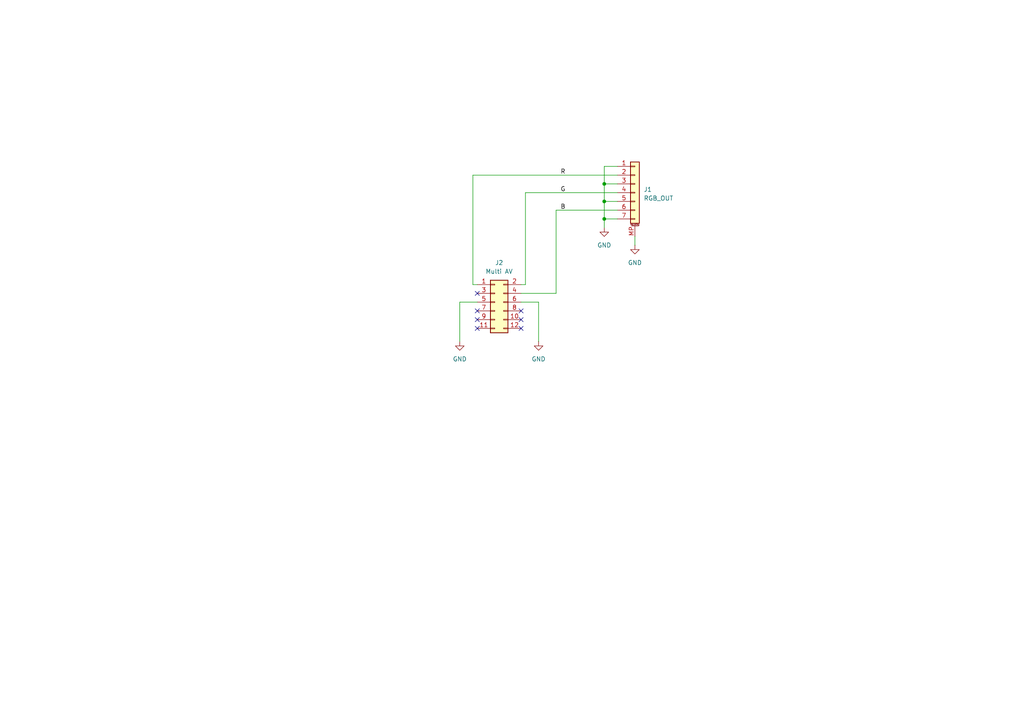
<source format=kicad_sch>
(kicad_sch (version 20231120) (generator "eeschema") (generator_version "8.0")
  (paper "A4")
  (title_block (title "MultOut QSB") (date "2024-08-31") (rev "1") (company "ThunderTechnologies") (comment 1 "Designed by InnocuousMuffin"))
  (lib_symbols
    (symbol "Connector_Generic:Conn_02x06_Odd_Even" (pin_names (offset 1.016) hide)
      (property "Reference" "J" (at 1.27 7.62 0))
      (property "Value" "Conn_02x06_Odd_Even" (at 1.27 -10.16 0))
      (symbol "Conn_02x06_Odd_Even_1_1"
        (rectangle (start -1.27 -7.493) (end 0 -7.747) (stroke (width 0.1524)))
        (rectangle (start -1.27 -4.953) (end 0 -5.207) (stroke (width 0.1524)))
        (rectangle (start -1.27 -2.413) (end 0 -2.667) (stroke (width 0.1524)))
        (rectangle (start -1.27 0.127) (end 0 -0.127) (stroke (width 0.1524)))
        (rectangle (start -1.27 2.667) (end 0 2.413) (stroke (width 0.1524)))
        (rectangle (start -1.27 5.207) (end 0 4.953) (stroke (width 0.1524)))
        (rectangle (start -1.27 6.35) (end 3.81 -8.89) (stroke (width 0.254)) (fill (type background)))
        (rectangle (start 3.81 -7.493) (end 2.54 -7.747) (stroke (width 0.1524)))
        (rectangle (start 3.81 -4.953) (end 2.54 -5.207) (stroke (width 0.1524)))
        (rectangle (start 3.81 -2.413) (end 2.54 -2.667) (stroke (width 0.1524)))
        (rectangle (start 3.81 0.127) (end 2.54 -0.127) (stroke (width 0.1524)))
        (rectangle (start 3.81 2.667) (end 2.54 2.413) (stroke (width 0.1524)))
        (rectangle (start 3.81 5.207) (end 2.54 4.953) (stroke (width 0.1524)))
        (pin passive line (at -5.08 5.08 0) (length 3.81) (name "Pin_1") (number "1"))
        (pin passive line (at 7.62 -5.08 180) (length 3.81) (name "Pin_10") (number "10"))
        (pin passive line (at -5.08 -7.62 0) (length 3.81) (name "Pin_11") (number "11"))
        (pin passive line (at 7.62 -7.62 180) (length 3.81) (name "Pin_12") (number "12"))
        (pin passive line (at 7.62 5.08 180) (length 3.81) (name "Pin_2") (number "2"))
        (pin passive line (at -5.08 2.54 0) (length 3.81) (name "Pin_3") (number "3"))
        (pin passive line (at 7.62 2.54 180) (length 3.81) (name "Pin_4") (number "4"))
        (pin passive line (at -5.08 0 0) (length 3.81) (name "Pin_5") (number "5"))
        (pin passive line (at 7.62 0 180) (length 3.81) (name "Pin_6") (number "6"))
        (pin passive line (at -5.08 -2.54 0) (length 3.81) (name "Pin_7") (number "7"))
        (pin passive line (at 7.62 -2.54 180) (length 3.81) (name "Pin_8") (number "8"))
        (pin passive line (at -5.08 -5.08 0) (length 3.81) (name "Pin_9") (number "9"))
      )
    )
    (symbol "Connector_Generic_MountingPin:Conn_01x07_MountingPin" (pin_names (offset 1.016) hide)
      (property "Reference" "J" (at 0 10.16 0))
      (property "Value" "Conn_01x07_MountingPin" (at 1.27 -10.16 0))
      (symbol "Conn_01x07_MountingPin_1_1"
        (rectangle (start -1.27 -7.493) (end 0 -7.747) (stroke (width 0.1524)))
        (rectangle (start -1.27 -4.953) (end 0 -5.207) (stroke (width 0.1524)))
        (rectangle (start -1.27 -2.413) (end 0 -2.667) (stroke (width 0.1524)))
        (rectangle (start -1.27 0.127) (end 0 -0.127) (stroke (width 0.1524)))
        (rectangle (start -1.27 2.667) (end 0 2.413) (stroke (width 0.1524)))
        (rectangle (start -1.27 5.207) (end 0 4.953) (stroke (width 0.1524)))
        (rectangle (start -1.27 7.747) (end 0 7.493) (stroke (width 0.1524)))
        (rectangle (start -1.27 8.89) (end 1.27 -8.89) (stroke (width 0.254)) (fill (type background)))
        (polyline (pts (xy -1.016 -9.652) (xy 1.016 -9.652)) (stroke (width 0.1524)))
        (text "Mounting" (at 0 -9.271 0) (effects (font (size 0.381 0.381))))
        (pin passive line (at -5.08 7.62 0) (length 3.81) (name "Pin_1") (number "1"))
        (pin passive line (at -5.08 5.08 0) (length 3.81) (name "Pin_2") (number "2"))
        (pin passive line (at -5.08 2.54 0) (length 3.81) (name "Pin_3") (number "3"))
        (pin passive line (at -5.08 0 0) (length 3.81) (name "Pin_4") (number "4"))
        (pin passive line (at -5.08 -2.54 0) (length 3.81) (name "Pin_5") (number "5"))
        (pin passive line (at -5.08 -5.08 0) (length 3.81) (name "Pin_6") (number "6"))
        (pin passive line (at -5.08 -7.62 0) (length 3.81) (name "Pin_7") (number "7"))
        (pin passive line (at 0 -12.7 90) (length 3.048) (name "MountPin") (number "MP"))
      )
    )
    (symbol "power:GND" (power) (pin_numbers hide) (pin_names (offset 0) hide)
      (property "Value" "GND" (at 0 -3.81 0))
      (symbol "GND_0_1"
        (polyline (pts (xy 0 0) (xy 0 -1.27) (xy 1.27 -1.27) (xy 0 -2.54) (xy -1.27 -1.27) (xy 0 -1.27)))
      )
      (symbol "GND_1_1"
        (pin power_in line (at 0 0 270) (length 0) (name "~") (number "1"))
      )
    )
  )
  (junction (at 175.26 58.42))
  (junction (at 175.26 63.5))
  (junction (at 175.26 53.34))
  (no_connect (at 151.13 90.17))
  (no_connect (at 138.43 90.17))
  (no_connect (at 138.43 85.09))
  (no_connect (at 138.43 95.25))
  (no_connect (at 138.43 92.71))
  (no_connect (at 151.13 92.71))
  (no_connect (at 151.13 95.25))
  (wire (pts (xy 175.26 58.42) (xy 179.07 58.42)))
  (wire (pts (xy 175.26 53.34) (xy 175.26 48.26)))
  (wire (pts (xy 156.21 87.63) (xy 156.21 99.06)))
  (wire (pts (xy 179.07 50.8) (xy 137.16 50.8)))
  (wire (pts (xy 175.26 58.42) (xy 175.26 53.34)))
  (wire (pts (xy 133.35 87.63) (xy 138.43 87.63)))
  (wire (pts (xy 179.07 60.96) (xy 161.29 60.96)))
  (wire (pts (xy 161.29 85.09) (xy 151.13 85.09)))
  (wire (pts (xy 184.15 68.58) (xy 184.15 71.12)))
  (wire (pts (xy 156.21 87.63) (xy 151.13 87.63)))
  (wire (pts (xy 175.26 48.26) (xy 179.07 48.26)))
  (wire (pts (xy 179.07 55.88) (xy 152.4 55.88)))
  (wire (pts (xy 175.26 66.04) (xy 175.26 63.5)))
  (wire (pts (xy 133.35 87.63) (xy 133.35 99.06)))
  (wire (pts (xy 137.16 82.55) (xy 138.43 82.55)))
  (wire (pts (xy 161.29 60.96) (xy 161.29 85.09)))
  (wire (pts (xy 152.4 82.55) (xy 151.13 82.55)))
  (wire (pts (xy 175.26 53.34) (xy 179.07 53.34)))
  (wire (pts (xy 175.26 63.5) (xy 179.07 63.5)))
  (wire (pts (xy 152.4 55.88) (xy 152.4 82.55)))
  (wire (pts (xy 137.16 50.8) (xy 137.16 82.55)))
  (wire (pts (xy 175.26 63.5) (xy 175.26 58.42)))
  (label "G" (at 162.56 55.88 0))
  (label "R" (at 162.56 50.8 0))
  (label "B" (at 162.56 60.96 0))
  (symbol (lib_id "Connector_Generic:Conn_02x06_Odd_Even") (at 143.51 87.63 0) (unit 1) (in_bom no)
    (property "Reference" "J2" (at 144.78 76.2 0))
    (property "Value" "Multi AV" (at 144.78 78.74 0))
    (property "Footprint" "TT_Connectors:Multi_AV_QSB" (effects (hide yes)))
    (property "Description" "Generic connector, double row, 02x06, odd/even pin numbering scheme (row 1 odd numbers, row 2 even numbers), script generated (kicad-library-utils/schlib/autogen/connector/)" (effects (hide yes)))
  )
  (symbol (lib_id "power:GND") (at 133.35 99.06 0) (unit 1)
    (property "Reference" "#PWR03" (effects (hide yes)))
    (property "Value" "GND" (at 133.35 104.14 0))
    (property "Description" "Power symbol creates a global label with name \"GND\" , ground" (effects (hide yes)))
  )
  (symbol (lib_id "power:GND") (at 156.21 99.06 0) (unit 1)
    (property "Reference" "#PWR04" (effects (hide yes)))
    (property "Value" "GND" (at 156.21 104.14 0))
    (property "Description" "Power symbol creates a global label with name \"GND\" , ground" (effects (hide yes)))
  )
  (symbol (lib_id "power:GND") (at 184.15 71.12 0) (unit 1)
    (property "Reference" "#PWR02" (effects (hide yes)))
    (property "Value" "GND" (at 184.15 76.2 0))
    (property "Description" "Power symbol creates a global label with name \"GND\" , ground" (effects (hide yes)))
  )
  (symbol (lib_id "Connector_Generic_MountingPin:Conn_01x07_MountingPin") (at 184.15 55.88 0) (unit 1)
    (property "Reference" "J1" (at 186.69 54.9655 0) (effects (justify left)))
    (property "Value" "RGB_OUT" (at 186.69 57.5055 0) (effects (justify left)))
    (property "Footprint" "TT_Connectors:CON_527460771_MOL" (effects (hide yes)))
    (property "Description" "Generic connectable mounting pin connector, single row, 01x07, script generated (kicad-library-utils/schlib/autogen/connector/)" (effects (hide yes)))
    (property "Digi_PN" "WM8933CT-ND" (effects (hide yes)))
    (property "MFG_PN" "0527460771" (effects (hide yes)))
  )
  (symbol (lib_id "power:GND") (at 175.26 66.04 0) (unit 1)
    (property "Reference" "#PWR01" (effects (hide yes)))
    (property "Value" "GND" (at 175.26 71.12 0))
    (property "Description" "Power symbol creates a global label with name \"GND\" , ground" (effects (hide yes)))
  )
)
</source>
